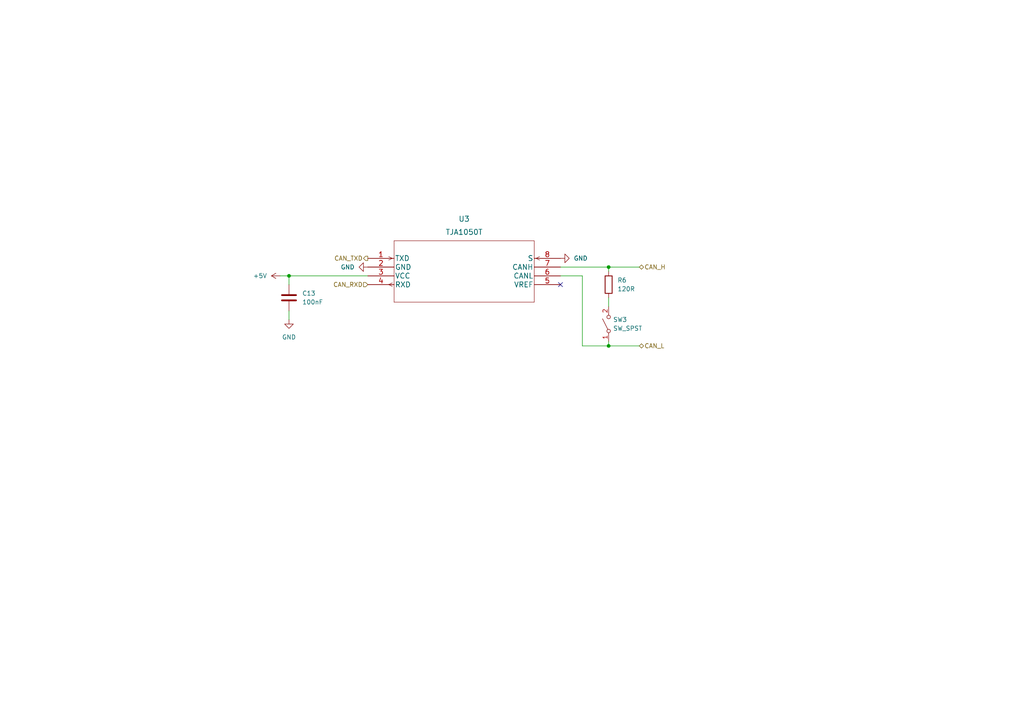
<source format=kicad_sch>
(kicad_sch (version 20211123) (generator eeschema)
  (paper "A4")
  (lib_symbols
    (symbol "Device:C" (pin_numbers hide) (pin_names (offset 0.254))
      (property "Reference" "C" (at 0.635 2.54 0))
      (property "Value" "C" (at 0.635 -2.54 0))
      (symbol "C_0_1"
        (polyline (pts (xy -2.032 -0.762) (xy 2.032 -0.762)) (stroke (width 0.508)))
        (polyline (pts (xy -2.032 0.762) (xy 2.032 0.762)) (stroke (width 0.508)))
      )
      (symbol "C_1_1"
        (pin passive line (at 0 3.81 270) (length 2.794) (name "~") (number "1"))
        (pin passive line (at 0 -3.81 90) (length 2.794) (name "~") (number "2"))
      )
    )
    (symbol "Device:R" (pin_numbers hide) (pin_names (offset 0))
      (property "Reference" "R" (at 2.032 0 90))
      (property "Value" "R" (at 0 0 90))
      (symbol "R_0_1"
        (rectangle (start -1.016 -2.54) (end 1.016 2.54) (stroke (width 0.254)))
      )
      (symbol "R_1_1"
        (pin passive line (at 0 3.81 270) (length 1.27) (name "~") (number "1"))
        (pin passive line (at 0 -3.81 90) (length 1.27) (name "~") (number "2"))
      )
    )
    (symbol "Switch:SW_SPST" (pin_names (offset 0) hide)
      (property "Reference" "SW" (at 0 3.175 0))
      (property "Value" "SW_SPST" (at 0 -2.54 0))
      (symbol "SW_SPST_0_0"
        (circle (center -2.032 0) (radius 0.508))
        (polyline (pts (xy -1.524 0.254) (xy 1.524 1.778)))
        (circle (center 2.032 0) (radius 0.508))
      )
      (symbol "SW_SPST_1_1"
        (pin passive line (at -5.08 0 0) (length 2.54) (name "A") (number "1"))
        (pin passive line (at 5.08 0 180) (length 2.54) (name "B") (number "2"))
      )
    )
    (symbol "TJA1050T:TJA1050T" (pin_names (offset 0.254))
      (property "Reference" "U" (at 27.94 10.16 0))
      (property "Value" "TJA1050T" (at 27.94 7.62 0))
      (symbol "TJA1050T_1_1"
        (polyline (pts (xy 7.112 -8.128) (xy 6.0452 -7.62)) (stroke (width 0.127)))
        (polyline (pts (xy 7.112 -7.112) (xy 6.0452 -7.62)) (stroke (width 0.127)))
        (polyline (pts (xy 7.112 0) (xy 6.0452 -0.508)) (stroke (width 0.127)))
        (polyline (pts (xy 7.112 0) (xy 6.0452 0.508)) (stroke (width 0.127)))
        (polyline (pts (xy 7.62 -12.7) (xy 48.26 -12.7)) (stroke (width 0.127)))
        (polyline (pts (xy 7.62 5.08) (xy 7.62 -12.7)) (stroke (width 0.127)))
        (polyline (pts (xy 48.26 -12.7) (xy 48.26 5.08)) (stroke (width 0.127)))
        (polyline (pts (xy 48.26 5.08) (xy 7.62 5.08)) (stroke (width 0.127)))
        (polyline (pts (xy 48.768 0) (xy 49.8348 -0.508)) (stroke (width 0.127)))
        (polyline (pts (xy 48.768 0) (xy 49.8348 0.508)) (stroke (width 0.127)))
        (pin input line (at 0 0 0) (length 7.62) (name "TXD") (number "1"))
        (pin power_in line (at 0 -2.54 0) (length 7.62) (name "GND") (number "2"))
        (pin power_in line (at 0 -5.08 0) (length 7.62) (name "VCC") (number "3"))
        (pin output line (at 0 -7.62 0) (length 7.62) (name "RXD") (number "4"))
        (pin passive line (at 55.88 -7.62 180) (length 7.62) (name "VREF") (number "5"))
        (pin passive line (at 55.88 -5.08 180) (length 7.62) (name "CANL") (number "6"))
        (pin passive line (at 55.88 -2.54 180) (length 7.62) (name "CANH") (number "7"))
        (pin input line (at 55.88 0 180) (length 7.62) (name "S") (number "8"))
      )
    )
    (symbol "power:+5V" (power) (pin_names (offset 0))
      (property "Value" "+5V" (at 0 3.556 0))
      (symbol "+5V_0_1"
        (polyline (pts (xy -0.762 1.27) (xy 0 2.54)))
        (polyline (pts (xy 0 0) (xy 0 2.54)))
        (polyline (pts (xy 0 2.54) (xy 0.762 1.27)))
      )
      (symbol "+5V_1_1"
        (pin power_in line (at 0 0 90) (length 0) hide (name "+5V") (number "1"))
      )
    )
    (symbol "power:GND" (power) (pin_names (offset 0))
      (property "Value" "GND" (at 0 -3.81 0))
      (symbol "GND_0_1"
        (polyline (pts (xy 0 0) (xy 0 -1.27) (xy 1.27 -1.27) (xy 0 -2.54) (xy -1.27 -1.27) (xy 0 -1.27)))
      )
      (symbol "GND_1_1"
        (pin power_in line (at 0 0 270) (length 0) hide (name "GND") (number "1"))
      )
    )
  )
  (junction (at 83.82 80.01))
  (junction (at 176.53 77.47))
  (junction (at 176.53 100.33))
  (no_connect (at 162.56 82.55))
  (wire (pts (xy 83.82 90.17) (xy 83.82 92.71)))
  (wire (pts (xy 83.82 80.01) (xy 106.68 80.01)))
  (wire (pts (xy 168.91 80.01) (xy 168.91 100.33)))
  (wire (pts (xy 83.82 80.01) (xy 83.82 82.55)))
  (wire (pts (xy 176.53 86.36) (xy 176.53 88.9)))
  (wire (pts (xy 176.53 99.06) (xy 176.53 100.33)))
  (wire (pts (xy 176.53 77.47) (xy 162.56 77.47)))
  (wire (pts (xy 81.28 80.01) (xy 83.82 80.01)))
  (wire (pts (xy 176.53 100.33) (xy 185.42 100.33)))
  (wire (pts (xy 168.91 100.33) (xy 176.53 100.33)))
  (wire (pts (xy 185.42 77.47) (xy 176.53 77.47)))
  (wire (pts (xy 176.53 77.47) (xy 176.53 78.74)))
  (wire (pts (xy 168.91 80.01) (xy 162.56 80.01)))
  (hierarchical_label "CAN_L" (shape bidirectional) (at 185.42 100.33 0))
  (hierarchical_label "CAN_TXD" (shape output) (at 106.68 74.93 180))
  (hierarchical_label "CAN_RXD" (shape input) (at 106.68 82.55 180))
  (hierarchical_label "CAN_H" (shape bidirectional) (at 185.42 77.47 0))
  (symbol (lib_id "power:GND") (at 83.82 92.71 0) (unit 1)
    (property "Reference" "#PWR031" (effects hide))
    (property "Value" "GND" (at 83.82 97.79 0))
  )
  (symbol (lib_id "Device:C") (at 83.82 86.36 0) (unit 1)
    (property "Reference" "C13" (at 87.63 85.0899 0) (effects (justify left)))
    (property "Value" "100nF" (at 87.63 87.6299 0) (effects (justify left)))
    (property "Footprint" "Capacitor_SMD:C_0603_1608Metric" (effects hide))
  )
  (symbol (lib_id "power:+5V") (at 81.28 80.01 90) (unit 1)
    (property "Reference" "#PWR030" (effects hide))
    (property "Value" "+5V" (at 77.47 80.0099 90) (effects (justify left)))
  )
  (symbol (lib_id "power:GND") (at 106.68 77.47 270) (unit 1)
    (property "Reference" "#PWR032" (effects hide))
    (property "Value" "GND" (at 102.87 77.4699 90) (effects (justify right)))
  )
  (symbol (lib_id "Switch:SW_SPST") (at 176.53 93.98 90) (unit 1)
    (property "Reference" "SW3" (at 177.8 92.7099 90) (effects (justify right)))
    (property "Value" "SW_SPST" (at 177.8 95.2499 90) (effects (justify right)))
    (property "Footprint" "Button_Switch_SMD:SW_DIP_SPSTx01_Slide_Copal_CHS-01B_W7.62mm_P1.27mm" (effects hide))
  )
  (symbol (lib_id "power:GND") (at 162.56 74.93 90) (unit 1)
    (property "Reference" "#PWR033" (effects hide))
    (property "Value" "GND" (at 166.37 74.9299 90) (effects (justify right)))
  )
  (symbol (lib_id "Device:R") (at 176.53 82.55 0) (unit 1)
    (property "Reference" "R6" (at 179.07 81.2799 0) (effects (justify left)))
    (property "Value" "120R" (at 179.07 83.8199 0) (effects (justify left)))
    (property "Footprint" "Resistor_SMD:R_0603_1608Metric" (effects hide))
  )
  (symbol (lib_id "TJA1050T:TJA1050T") (at 106.68 74.93 0) (unit 1)
    (property "Reference" "U3" (at 134.62 63.5 0) (effects (font (size 1.524 1.524))))
    (property "Value" "TJA1050T" (at 134.62 67.31 0) (effects (font (size 1.524 1.524))))
    (property "Footprint" "download-footprints:TJA1050T" (effects hide))
  )
)
</source>
